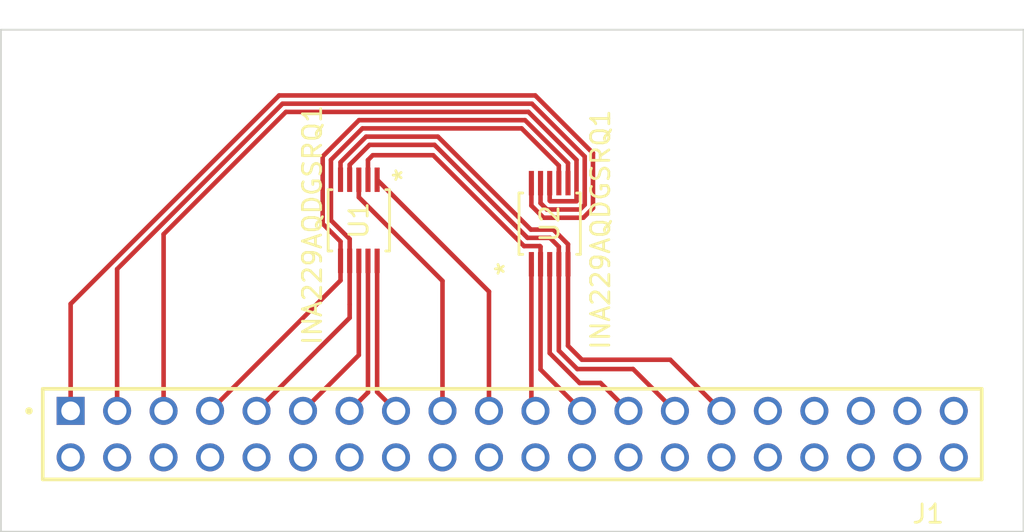
<source format=kicad_pcb>
(kicad_pcb (version 20221018) (generator pcbnew)
  (layers (0 "F.Cu" signal) (31 "B.Cu" signal) (34 "B.Paste" user) (35 "F.Paste" user) (36 "B.SilkS" user "B.Silkscreen") (37 "F.SilkS" user "F.Silkscreen") (38 "B.Mask" user) (39 "F.Mask" user) (44 "Edge.Cuts" user))
  (net 0 "")
  (net 1 "Net-(U1-IN+)")
  (net 2 "Net-(U1-CS)")
  (net 3 "Net-(U1-IN-)")
  (net 4 "Net-(U1-MOSI)")
  (net 5 "Net-(U1-VBUS)")
  (net 6 "Net-(U1-ALERT)")
  (net 7 "Net-(U1-GND)")
  (net 8 "Net-(U1-MISO)")
  (net 9 "Net-(U1-VS)")
  (net 10 "Net-(U1-SCLK)")
  (net 29 "Net-(U2-IN+)")
  (net 30 "Net-(U2-CS)")
  (net 31 "Net-(U2-IN-)")
  (net 32 "Net-(U2-ALERT)")
  (net 33 "Net-(U2-VBUS)")
  (footprint "footprints:INA229AIDGSR" (layer "F.Cu") (at 137.937748 48.19015 90)
    (fp_text reference "U2" (at 0 0 90) (layer "F.SilkS"))
    (fp_text value "INA229AQDGSRQ1" (at -0.32385 2.778252 90) (layer "F.SilkS"))
    (fp_text user "*" (at -2.47015 -2.422652 90) (layer "F.SilkS"))
    (fp_line (start -1.6764 -1.6764) (end -1.6764 -1.472692) (stroke (width 0.1524)) (layer "F.SilkS"))
    (fp_line (start -1.6764 1.472692) (end -1.6764 1.6764) (stroke (width 0.1524)) (layer "F.SilkS"))
    (fp_line (start -1.6764 1.6764) (end 1.6764 1.6764) (stroke (width 0.1524)) (layer "F.SilkS"))
    (fp_line (start 1.6764 -1.6764) (end -1.6764 -1.6764) (stroke (width 0.1524)) (layer "F.SilkS"))
    (fp_line (start 1.6764 -1.472692) (end 1.6764 -1.6764) (stroke (width 0.1524)) (layer "F.SilkS"))
    (fp_line (start 1.6764 1.6764) (end 1.6764 1.472692) (stroke (width 0.1524)) (layer "F.SilkS"))
    (pad "1" smd rect (at -2.21615 -1.000252 90) (size 1.3335 0.2794) (layers "F.Cu" "F.Paste" "F.Mask") (net 30 "Net-(U2-CS)"))
    (pad "2" smd rect (at -2.21615 -0.500126 90) (size 1.3335 0.2794) (layers "F.Cu" "F.Paste" "F.Mask") (net 4 "Net-(U1-MOSI)"))
    (pad "3" smd rect (at -2.21615 0 90) (size 1.3335 0.2794) (layers "F.Cu" "F.Paste" "F.Mask") (net 32 "Net-(U2-ALERT)"))
    (pad "4" smd rect (at -2.21615 0.500126 90) (size 1.3335 0.2794) (layers "F.Cu" "F.Paste" "F.Mask") (net 8 "Net-(U1-MISO)"))
    (pad "5" smd rect (at -2.21615 1.000252 90) (size 1.3335 0.2794) (layers "F.Cu" "F.Paste" "F.Mask") (net 10 "Net-(U1-SCLK)"))
    (pad "6" smd rect (at 2.21615 1.000252 90) (size 1.3335 0.2794) (layers "F.Cu" "F.Paste" "F.Mask") (net 9 "Net-(U1-VS)"))
    (pad "7" smd rect (at 2.21615 0.500126 90) (size 1.3335 0.2794) (layers "F.Cu" "F.Paste" "F.Mask") (net 7 "Net-(U1-GND)"))
    (pad "8" smd rect (at 2.21615 0 90) (size 1.3335 0.2794) (layers "F.Cu" "F.Paste" "F.Mask") (net 33 "Net-(U2-VBUS)"))
    (pad "9" smd rect (at 2.21615 -0.500126 90) (size 1.3335 0.2794) (layers "F.Cu" "F.Paste" "F.Mask") (net 31 "Net-(U2-IN-)"))
    (pad "10" smd rect (at 2.21615 -1.000252 90) (size 1.3335 0.2794) (layers "F.Cu" "F.Paste" "F.Mask") (net 29 "Net-(U2-IN+)"))
  )
  (footprint "footprints:SAMTEC_ESQ-120-XX-X-D-XX" (layer "F.Cu") (at 135.89 59.69 180)
    (fp_text reference "J1" (at -22.73 -4.36) (layer "F.SilkS"))
    (fp_text value "ESQ-120-XX-X-D-XX" hide)
    (fp_line (start -25.655 -2.475) (end 25.655 -2.475) (stroke (width 0.2)) (layer "F.SilkS"))
    (fp_line (start -25.655 2.475) (end -25.655 -2.475) (stroke (width 0.2)) (layer "F.SilkS"))
    (fp_line (start 25.655 -2.475) (end 25.655 2.475) (stroke (width 0.2)) (layer "F.SilkS"))
    (fp_line (start 25.655 2.475) (end -25.655 2.475) (stroke (width 0.2)) (layer "F.SilkS"))
    (fp_circle (center 26.405 1.27) (end 26.505 1.27) (stroke (width 0.2)) (fill none) (layer "F.SilkS"))
    (pad "01" thru_hole rect (at 24.13 1.27 180) (size 1.53 1.53) (drill 1.02) (layers "*.Cu" "*.Mask") (net 29 "Net-(U2-IN+)"))
    (pad "02" thru_hole circle (at 24.13 -1.27 180) (size 1.53 1.53) (drill 1.02) (layers "*.Cu" "*.Mask"))
    (pad "03" thru_hole circle (at 21.59 1.27 180) (size 1.53 1.53) (drill 1.02) (layers "*.Cu" "*.Mask") (net 31 "Net-(U2-IN-)"))
    (pad "04" thru_hole circle (at 21.59 -1.27 180) (size 1.53 1.53) (drill 1.02) (layers "*.Cu" "*.Mask"))
    (pad "05" thru_hole circle (at 19.05 1.27 180) (size 1.53 1.53) (drill 1.02) (layers "*.Cu" "*.Mask") (net 33 "Net-(U2-VBUS)"))
    (pad "06" thru_hole circle (at 19.05 -1.27 180) (size 1.53 1.53) (drill 1.02) (layers "*.Cu" "*.Mask"))
    (pad "07" thru_hole circle (at 16.51 1.27 180) (size 1.53 1.53) (drill 1.02) (layers "*.Cu" "*.Mask") (net 9 "Net-(U1-VS)"))
    (pad "08" thru_hole circle (at 16.51 -1.27 180) (size 1.53 1.53) (drill 1.02) (layers "*.Cu" "*.Mask"))
    (pad "09" thru_hole circle (at 13.97 1.27 180) (size 1.53 1.53) (drill 1.02) (layers "*.Cu" "*.Mask") (net 7 "Net-(U1-GND)"))
    (pad "10" thru_hole circle (at 13.97 -1.27 180) (size 1.53 1.53) (drill 1.02) (layers "*.Cu" "*.Mask"))
    (pad "11" thru_hole circle (at 11.43 1.27 180) (size 1.53 1.53) (drill 1.02) (layers "*.Cu" "*.Mask") (net 5 "Net-(U1-VBUS)"))
    (pad "12" thru_hole circle (at 11.43 -1.27 180) (size 1.53 1.53) (drill 1.02) (layers "*.Cu" "*.Mask"))
    (pad "13" thru_hole circle (at 8.89 1.27 180) (size 1.53 1.53) (drill 1.02) (layers "*.Cu" "*.Mask") (net 3 "Net-(U1-IN-)"))
    (pad "14" thru_hole circle (at 8.89 -1.27 180) (size 1.53 1.53) (drill 1.02) (layers "*.Cu" "*.Mask"))
    (pad "15" thru_hole circle (at 6.35 1.27 180) (size 1.53 1.53) (drill 1.02) (layers "*.Cu" "*.Mask") (net 1 "Net-(U1-IN+)"))
    (pad "16" thru_hole circle (at 6.35 -1.27 180) (size 1.53 1.53) (drill 1.02) (layers "*.Cu" "*.Mask"))
    (pad "17" thru_hole circle (at 3.81 1.27 180) (size 1.53 1.53) (drill 1.02) (layers "*.Cu" "*.Mask") (net 6 "Net-(U1-ALERT)"))
    (pad "18" thru_hole circle (at 3.81 -1.27 180) (size 1.53 1.53) (drill 1.02) (layers "*.Cu" "*.Mask"))
    (pad "19" thru_hole circle (at 1.27 1.27 180) (size 1.53 1.53) (drill 1.02) (layers "*.Cu" "*.Mask") (net 2 "Net-(U1-CS)"))
    (pad "20" thru_hole circle (at 1.27 -1.27 180) (size 1.53 1.53) (drill 1.02) (layers "*.Cu" "*.Mask"))
    (pad "21" thru_hole circle (at -1.27 1.27 180) (size 1.53 1.53) (drill 1.02) (layers "*.Cu" "*.Mask") (net 30 "Net-(U2-CS)"))
    (pad "22" thru_hole circle (at -1.27 -1.27 180) (size 1.53 1.53) (drill 1.02) (layers "*.Cu" "*.Mask"))
    (pad "23" thru_hole circle (at -3.81 1.27 180) (size 1.53 1.53) (drill 1.02) (layers "*.Cu" "*.Mask") (net 4 "Net-(U1-MOSI)"))
    (pad "24" thru_hole circle (at -3.81 -1.27 180) (size 1.53 1.53) (drill 1.02) (layers "*.Cu" "*.Mask"))
    (pad "25" thru_hole circle (at -6.35 1.27 180) (size 1.53 1.53) (drill 1.02) (layers "*.Cu" "*.Mask") (net 32 "Net-(U2-ALERT)"))
    (pad "26" thru_hole circle (at -6.35 -1.27 180) (size 1.53 1.53) (drill 1.02) (layers "*.Cu" "*.Mask"))
    (pad "27" thru_hole circle (at -8.89 1.27 180) (size 1.53 1.53) (drill 1.02) (layers "*.Cu" "*.Mask") (net 8 "Net-(U1-MISO)"))
    (pad "28" thru_hole circle (at -8.89 -1.27 180) (size 1.53 1.53) (drill 1.02) (layers "*.Cu" "*.Mask"))
    (pad "29" thru_hole circle (at -11.43 1.27 180) (size 1.53 1.53) (drill 1.02) (layers "*.Cu" "*.Mask") (net 10 "Net-(U1-SCLK)"))
    (pad "30" thru_hole circle (at -11.43 -1.27 180) (size 1.53 1.53) (drill 1.02) (layers "*.Cu" "*.Mask"))
    (pad "31" thru_hole circle (at -13.97 1.27 180) (size 1.53 1.53) (drill 1.02) (layers "*.Cu" "*.Mask"))
    (pad "32" thru_hole circle (at -13.97 -1.27 180) (size 1.53 1.53) (drill 1.02) (layers "*.Cu" "*.Mask"))
    (pad "33" thru_hole circle (at -16.51 1.27 180) (size 1.53 1.53) (drill 1.02) (layers "*.Cu" "*.Mask"))
    (pad "34" thru_hole circle (at -16.51 -1.27 180) (size 1.53 1.53) (drill 1.02) (layers "*.Cu" "*.Mask"))
    (pad "35" thru_hole circle (at -19.05 1.27 180) (size 1.53 1.53) (drill 1.02) (layers "*.Cu" "*.Mask"))
    (pad "36" thru_hole circle (at -19.05 -1.27 180) (size 1.53 1.53) (drill 1.02) (layers "*.Cu" "*.Mask"))
    (pad "37" thru_hole circle (at -21.59 1.27 180) (size 1.53 1.53) (drill 1.02) (layers "*.Cu" "*.Mask"))
    (pad "38" thru_hole circle (at -21.59 -1.27 180) (size 1.53 1.53) (drill 1.02) (layers "*.Cu" "*.Mask"))
    (pad "39" thru_hole circle (at -24.13 1.27 180) (size 1.53 1.53) (drill 1.02) (layers "*.Cu" "*.Mask"))
    (pad "40" thru_hole circle (at -24.13 -1.27 180) (size 1.53 1.53) (drill 1.02) (layers "*.Cu" "*.Mask"))
  )
  (footprint "footprints:INA229AIDGSR" (layer "F.Cu") (at 127.508 48.006 -90)
    (fp_text reference "U1" (at 0 0 90) (layer "F.SilkS"))
    (fp_text value "INA229AQDGSRQ1" (at 0.254 2.54 90) (layer "F.SilkS"))
    (fp_text user "*" (at -2.47015 -2.422652 90) (layer "F.SilkS"))
    (fp_line (start -1.6764 -1.6764) (end -1.6764 -1.472692) (stroke (width 0.1524)) (layer "F.SilkS"))
    (fp_line (start -1.6764 1.472692) (end -1.6764 1.6764) (stroke (width 0.1524)) (layer "F.SilkS"))
    (fp_line (start -1.6764 1.6764) (end 1.6764 1.6764) (stroke (width 0.1524)) (layer "F.SilkS"))
    (fp_line (start 1.6764 -1.6764) (end -1.6764 -1.6764) (stroke (width 0.1524)) (layer "F.SilkS"))
    (fp_line (start 1.6764 -1.472692) (end 1.6764 -1.6764) (stroke (width 0.1524)) (layer "F.SilkS"))
    (fp_line (start 1.6764 1.6764) (end 1.6764 1.472692) (stroke (width 0.1524)) (layer "F.SilkS"))
    (pad "1" smd rect (at -2.21615 -1.000252 270) (size 1.3335 0.2794) (layers "F.Cu" "F.Paste" "F.Mask") (net 2 "Net-(U1-CS)"))
    (pad "2" smd rect (at -2.21615 -0.500126 270) (size 1.3335 0.2794) (layers "F.Cu" "F.Paste" "F.Mask") (net 4 "Net-(U1-MOSI)"))
    (pad "3" smd rect (at -2.21615 0 270) (size 1.3335 0.2794) (layers "F.Cu" "F.Paste" "F.Mask") (net 6 "Net-(U1-ALERT)"))
    (pad "4" smd rect (at -2.21615 0.500126 270) (size 1.3335 0.2794) (layers "F.Cu" "F.Paste" "F.Mask") (net 8 "Net-(U1-MISO)"))
    (pad "5" smd rect (at -2.21615 1.000252 270) (size 1.3335 0.2794) (layers "F.Cu" "F.Paste" "F.Mask") (net 10 "Net-(U1-SCLK)"))
    (pad "6" smd rect (at 2.21615 1.000252 270) (size 1.3335 0.2794) (layers "F.Cu" "F.Paste" "F.Mask") (net 9 "Net-(U1-VS)"))
    (pad "7" smd rect (at 2.21615 0.500126 270) (size 1.3335 0.2794) (layers "F.Cu" "F.Paste" "F.Mask") (net 7 "Net-(U1-GND)"))
    (pad "8" smd rect (at 2.21615 0 270) (size 1.3335 0.2794) (layers "F.Cu" "F.Paste" "F.Mask") (net 5 "Net-(U1-VBUS)"))
    (pad "9" smd rect (at 2.21615 -0.500126 270) (size 1.3335 0.2794) (layers "F.Cu" "F.Paste" "F.Mask") (net 3 "Net-(U1-IN-)"))
    (pad "10" smd rect (at 2.21615 -1.000252 270) (size 1.3335 0.2794) (layers "F.Cu" "F.Paste" "F.Mask") (net 1 "Net-(U1-IN+)"))
  )
  (gr_rect (start 107.95 37.592) (end 163.83 65.024) (stroke (width 0.1)) (fill none) (layer "Edge.Cuts"))
  (segment (start 128.508252 57.388252) (end 129.54 58.42) (width 0.25) (layer "F.Cu") (net 1))
  (segment (start 128.508252 50.22215) (end 128.508252 57.388252) (width 0.25) (layer "F.Cu") (net 1))
  (segment (start 134.62 51.901598) (end 134.62 58.42) (width 0.25) (layer "F.Cu") (net 2))
  (segment (start 128.508252 45.78985) (end 134.62 51.901598) (width 0.25) (layer "F.Cu") (net 2))
  (segment (start 128.008126 57.411874) (end 127 58.42) (width 0.25) (layer "F.Cu") (net 3))
  (segment (start 128.008126 50.22215) (end 128.008126 57.411874) (width 0.25) (layer "F.Cu") (net 3))
  (segment (start 137.402196 49.41455) (end 136.53655 49.41455) (width 0.25) (layer "F.Cu") (net 4))
  (segment (start 137.437622 49.449976) (end 137.402196 49.41455) (width 0.25) (layer "F.Cu") (net 4))
  (segment (start 137.437622 50.4063) (end 137.437622 56.157622) (width 0.25) (layer "F.Cu") (net 4))
  (segment (start 137.437622 56.157622) (end 139.7 58.42) (width 0.25) (layer "F.Cu") (net 4))
  (segment (start 136.53655 49.41455) (end 131.572 44.45) (width 0.25) (layer "F.Cu") (net 4))
  (segment (start 137.437622 50.4063) (end 137.437622 49.449976) (width 0.25) (layer "F.Cu") (net 4))
  (segment (start 131.572 44.45) (end 128.27 44.45) (width 0.25) (layer "F.Cu") (net 4))
  (segment (start 128.27 44.45) (end 128.008126 44.711874) (width 0.25) (layer "F.Cu") (net 4))
  (segment (start 128.008126 44.711874) (end 128.008126 45.78985) (width 0.25) (layer "F.Cu") (net 4))
  (segment (start 127.508 55.372) (end 124.46 58.42) (width 0.25) (layer "F.Cu") (net 5))
  (segment (start 127.508 50.22215) (end 127.508 55.372) (width 0.25) (layer "F.Cu") (net 5))
  (segment (start 127.508 45.78985) (end 127.508 46.746174) (width 0.25) (layer "F.Cu") (net 6))
  (segment (start 132.08 51.318174) (end 132.08 58.42) (width 0.25) (layer "F.Cu") (net 6))
  (segment (start 127.508 46.746174) (end 132.08 51.318174) (width 0.25) (layer "F.Cu") (net 6))
  (segment (start 127.007874 50.22215) (end 127.007874 52.605126) (width 0.25) (layer "F.Cu") (net 7))
  (segment (start 127.007874 52.605126) (end 127.007874 53.332126) (width 0.25) (layer "F.Cu") (net 7))
  (segment (start 138.437874 45.017676) (end 136.404198 42.984) (width 0.25) (layer "F.Cu") (net 7))
  (segment (start 125.984 44.704) (end 125.984 48.006) (width 0.25) (layer "F.Cu") (net 7))
  (segment (start 127.704 42.984) (end 125.984 44.704) (width 0.25) (layer "F.Cu") (net 7))
  (segment (start 127.007874 49.029874) (end 127.007874 50.22215) (width 0.25) (layer "F.Cu") (net 7))
  (segment (start 136.404198 42.984) (end 127.704 42.984) (width 0.25) (layer "F.Cu") (net 7))
  (segment (start 125.984 48.006) (end 127.007874 49.029874) (width 0.25) (layer "F.Cu") (net 7))
  (segment (start 127.007874 53.332126) (end 121.92 58.42) (width 0.25) (layer "F.Cu") (net 7))
  (segment (start 138.437874 45.974) (end 138.437874 45.017676) (width 0.25) (layer "F.Cu") (net 7))
  (segment (start 138.437874 55.125874) (end 138.437874 50.4063) (width 0.25) (layer "F.Cu") (net 8))
  (segment (start 144.78 58.42) (end 142.494 56.134) (width 0.25) (layer "F.Cu") (net 8))
  (segment (start 127.007874 44.969796) (end 128.09367 43.884) (width 0.25) (layer "F.Cu") (net 8))
  (segment (start 138.437874 49.449976) (end 138.437874 50.4063) (width 0.25) (layer "F.Cu") (net 8))
  (segment (start 137.952448 48.96455) (end 138.437874 49.449976) (width 0.25) (layer "F.Cu") (net 8))
  (segment (start 142.494 56.134) (end 139.446 56.134) (width 0.25) (layer "F.Cu") (net 8))
  (segment (start 136.722946 48.96455) (end 137.952448 48.96455) (width 0.25) (layer "F.Cu") (net 8))
  (segment (start 128.09367 43.884) (end 131.642396 43.884) (width 0.25) (layer "F.Cu") (net 8))
  (segment (start 139.446 56.134) (end 138.437874 55.125874) (width 0.25) (layer "F.Cu") (net 8))
  (segment (start 127.007874 45.78985) (end 127.007874 44.969796) (width 0.25) (layer "F.Cu") (net 8))
  (segment (start 131.642396 43.884) (end 136.722946 48.96455) (width 0.25) (layer "F.Cu") (net 8))
  (segment (start 136.590594 42.534) (end 127.517604 42.534) (width 0.25) (layer "F.Cu") (net 9))
  (segment (start 126.507748 51.292252) (end 119.38 58.42) (width 0.25) (layer "F.Cu") (net 9))
  (segment (start 125.534 48.192396) (end 126.507748 49.166144) (width 0.25) (layer "F.Cu") (net 9))
  (segment (start 126.507748 50.22215) (end 126.507748 51.292252) (width 0.25) (layer "F.Cu") (net 9))
  (segment (start 126.507748 49.166144) (end 126.507748 50.22215) (width 0.25) (layer "F.Cu") (net 9))
  (segment (start 125.534 44.517604) (end 125.534 48.192396) (width 0.25) (layer "F.Cu") (net 9))
  (segment (start 127.517604 42.534) (end 125.534 44.517604) (width 0.25) (layer "F.Cu") (net 9))
  (segment (start 138.938 44.881406) (end 136.590594 42.534) (width 0.25) (layer "F.Cu") (net 9))
  (segment (start 138.938 45.974) (end 138.938 44.881406) (width 0.25) (layer "F.Cu") (net 9))
  (segment (start 138.938 54.864) (end 139.7 55.626) (width 0.25) (layer "F.Cu") (net 10))
  (segment (start 139.7 55.626) (end 144.526 55.626) (width 0.25) (layer "F.Cu") (net 10))
  (segment (start 144.526 55.626) (end 147.32 58.42) (width 0.25) (layer "F.Cu") (net 10))
  (segment (start 138.138294 48.514) (end 138.938 49.313706) (width 0.25) (layer "F.Cu") (net 10))
  (segment (start 136.908792 48.514) (end 138.138294 48.514) (width 0.25) (layer "F.Cu") (net 10))
  (segment (start 138.938 49.313706) (end 138.938 50.4063) (width 0.25) (layer "F.Cu") (net 10))
  (segment (start 126.507748 45.78985) (end 126.507748 44.833526) (width 0.25) (layer "F.Cu") (net 10))
  (segment (start 127.907274 43.434) (end 131.828792 43.434) (width 0.25) (layer "F.Cu") (net 10))
  (segment (start 138.938 50.4063) (end 138.938 54.864) (width 0.25) (layer "F.Cu") (net 10))
  (segment (start 126.507748 44.833526) (end 127.907274 43.434) (width 0.25) (layer "F.Cu") (net 10))
  (segment (start 131.828792 43.434) (end 136.908792 48.514) (width 0.25) (layer "F.Cu") (net 10))
  (segment (start 136.937496 45.974) (end 136.937496 47.202864) (width 0.25) (layer "F.Cu") (net 29))
  (segment (start 111.76 52.575208) (end 111.76 58.42) (width 0.25) (layer "F.Cu") (net 29))
  (segment (start 140.3027 47.338542) (end 140.3027 44.336918) (width 0.25) (layer "F.Cu") (net 29))
  (segment (start 140.3027 44.336918) (end 137.149782 41.184) (width 0.25) (layer "F.Cu") (net 29))
  (segment (start 139.775492 47.86575) (end 140.3027 47.338542) (width 0.25) (layer "F.Cu") (net 29))
  (segment (start 136.937496 47.202864) (end 137.600382 47.86575) (width 0.25) (layer "F.Cu") (net 29))
  (segment (start 137.149782 41.184) (end 123.151208 41.184) (width 0.25) (layer "F.Cu") (net 29))
  (segment (start 137.600382 47.86575) (end 139.775492 47.86575) (width 0.25) (layer "F.Cu") (net 29))
  (segment (start 123.151208 41.184) (end 111.76 52.575208) (width 0.25) (layer "F.Cu") (net 29))
  (segment (start 136.937496 58.197496) (end 137.16 58.42) (width 0.25) (layer "F.Cu") (net 30))
  (segment (start 136.937496 50.4063) (end 136.937496 58.197496) (width 0.25) (layer "F.Cu") (net 30))
  (segment (start 137.437622 45.974) (end 137.437622 47.066594) (width 0.25) (layer "F.Cu") (net 31))
  (segment (start 123.337604 41.634) (end 114.3 50.671604) (width 0.25) (layer "F.Cu") (net 31))
  (segment (start 114.3 50.671604) (end 114.3 58.42) (width 0.25) (layer "F.Cu") (net 31))
  (segment (start 137.786778 47.41575) (end 139.589096 47.41575) (width 0.25) (layer "F.Cu") (net 31))
  (segment (start 139.8527 44.523314) (end 136.963386 41.634) (width 0.25) (layer "F.Cu") (net 31))
  (segment (start 137.437622 47.066594) (end 137.786778 47.41575) (width 0.25) (layer "F.Cu") (net 31))
  (segment (start 136.963386 41.634) (end 123.337604 41.634) (width 0.25) (layer "F.Cu") (net 31))
  (segment (start 139.589096 47.41575) (end 139.8527 47.152146) (width 0.25) (layer "F.Cu") (net 31))
  (segment (start 139.8527 47.152146) (end 139.8527 44.523314) (width 0.25) (layer "F.Cu") (net 31))
  (segment (start 139.571604 56.896) (end 140.716 56.896) (width 0.25) (layer "F.Cu") (net 32))
  (segment (start 140.716 56.896) (end 142.24 58.42) (width 0.25) (layer "F.Cu") (net 32))
  (segment (start 137.937748 50.4063) (end 137.937748 55.262144) (width 0.25) (layer "F.Cu") (net 32))
  (segment (start 137.937748 55.262144) (end 139.571604 56.896) (width 0.25) (layer "F.Cu") (net 32))
  (segment (start 137.973174 46.96575) (end 139.4027 46.96575) (width 0.25) (layer "F.Cu") (net 33))
  (segment (start 137.937748 46.930324) (end 137.973174 46.96575) (width 0.25) (layer "F.Cu") (net 33))
  (segment (start 139.4027 46.96575) (end 139.4027 44.70971) (width 0.25) (layer "F.Cu") (net 33))
  (segment (start 116.84 48.768) (end 116.84 58.42) (width 0.25) (layer "F.Cu") (net 33))
  (segment (start 139.4027 44.70971) (end 136.77699 42.084) (width 0.25) (layer "F.Cu") (net 33))
  (segment (start 136.77699 42.084) (end 123.524 42.084) (width 0.25) (layer "F.Cu") (net 33))
  (segment (start 137.937748 45.974) (end 137.937748 46.930324) (width 0.25) (layer "F.Cu") (net 33))
  (segment (start 123.524 42.084) (end 116.84 48.768) (width 0.25) (layer "F.Cu") (net 33))
)
</source>
